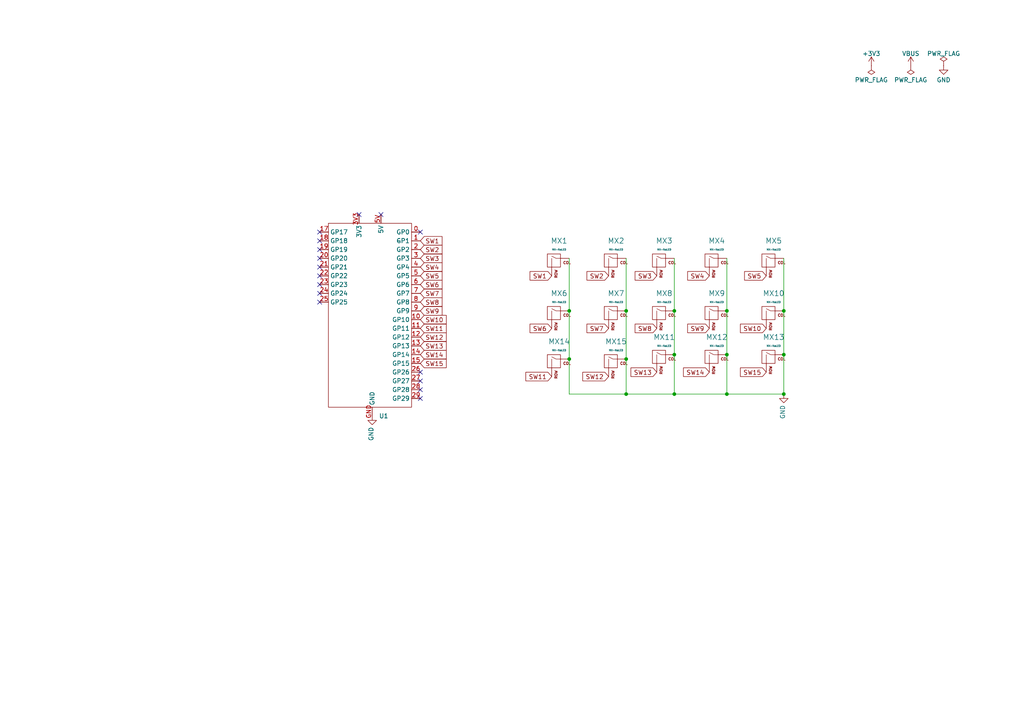
<source format=kicad_sch>
(kicad_sch (version 20230121) (generator eeschema)
  (paper "A4")
  (lib_symbols
    (symbol "MX_Alps_Hybrid:MX-NoLED" (pin_names (offset 1.016))
      (property "Reference" "MX" (at -0.635 3.81 0))
      (property "Value" "MX-NoLED" (at -0.635 1.27 0))
      (symbol "MX-NoLED_0_0"
        (rectangle (start -2.54 2.54) (end 1.27 -1.27))
        (polyline (pts (xy -1.27 -1.27) (xy -1.27 1.27)) (stroke (width 0.127)))
        (polyline (pts (xy 1.27 1.27) (xy 0 1.27) (xy -1.27 1.905)) (stroke (width 0.127)))
        (text "COL" (at 3.175 0 0) (effects (font (size 0.762 0.762))))
        (text "ROW" (at 0 -1.905 900) (effects (font (size 0.762 0.762)) (justify right)))
      )
      (symbol "MX-NoLED_1_1"
        (pin passive line (at 3.81 1.27 180) (length 2.54) (name "COL") (number "1"))
        (pin passive line (at -1.27 -3.81 90) (length 2.54) (name "ROW") (number "2"))
      )
    )
    (symbol "power:+3V3" (power) (pin_names (offset 0))
      (property "Value" "+3V3" (at 0 3.556 0))
      (symbol "+3V3_0_1"
        (polyline (pts (xy -0.762 1.27) (xy 0 2.54)))
        (polyline (pts (xy 0 0) (xy 0 2.54)))
        (polyline (pts (xy 0 2.54) (xy 0.762 1.27)))
      )
      (symbol "+3V3_1_1"
        (pin power_in line (at 0 0 90) (length 0) hide (name "+3V3") (number "1"))
      )
    )
    (symbol "power:GND" (power) (pin_names (offset 0))
      (property "Value" "GND" (at 0 -3.81 0))
      (symbol "GND_0_1"
        (polyline (pts (xy 0 0) (xy 0 -1.27) (xy 1.27 -1.27) (xy 0 -2.54) (xy -1.27 -1.27) (xy 0 -1.27)))
      )
      (symbol "GND_1_1"
        (pin power_in line (at 0 0 270) (length 0) hide (name "GND") (number "1"))
      )
    )
    (symbol "power:PWR_FLAG" (power) (pin_numbers hide) (pin_names (offset 0) hide)
      (property "Value" "PWR_FLAG" (at 0 3.81 0))
      (symbol "PWR_FLAG_0_0"
        (pin power_out line (at 0 0 90) (length 0) (name "pwr") (number "1"))
      )
      (symbol "PWR_FLAG_0_1"
        (polyline (pts (xy 0 0) (xy 0 1.27) (xy -1.016 1.905) (xy 0 2.54) (xy 1.016 1.905) (xy 0 1.27)))
      )
    )
    (symbol "power:VBUS" (power) (pin_names (offset 0))
      (property "Value" "VBUS" (at 0 3.81 0))
      (symbol "VBUS_0_1"
        (polyline (pts (xy -0.762 1.27) (xy 0 2.54)))
        (polyline (pts (xy 0 0) (xy 0 2.54)))
        (polyline (pts (xy 0 2.54) (xy 0.762 1.27)))
      )
      (symbol "VBUS_1_1"
        (pin power_in line (at 0 0 90) (length 0) hide (name "VBUS") (number "1"))
      )
    )
    (symbol "random_Library:Waveshare_RP2040-Zero"
      (property "Reference" "U" (at 7.62 26.67 0))
      (symbol "Waveshare_RP2040-Zero_0_1"
        (rectangle (start -12.7 25.4) (end 11.43 -27.94))
      )
      (symbol "Waveshare_RP2040-Zero_1_1"
        (pin passive line (at 13.97 22.86 180) (length 2.54) (name "GP0") (number "0"))
        (pin passive line (at 13.97 20.32 180) (length 2.54) (name "GP1") (number "1"))
        (pin passive line (at 13.97 -2.54 180) (length 2.54) (name "GP10") (number "10"))
        (pin passive line (at 13.97 -5.08 180) (length 2.54) (name "GP11") (number "11"))
        (pin passive line (at 13.97 -7.62 180) (length 2.54) (name "GP12") (number "12"))
        (pin passive line (at 13.97 -10.16 180) (length 2.54) (name "GP13") (number "13"))
        (pin passive line (at 13.97 -12.7 180) (length 2.54) (name "GP14") (number "14"))
        (pin passive line (at 13.97 -15.24 180) (length 2.54) (name "GP15") (number "15"))
        (pin passive line (at -15.24 22.86 0) (length 2.54) (name "GP17") (number "17"))
        (pin passive line (at -15.24 20.32 0) (length 2.54) (name "GP18") (number "18"))
        (pin passive line (at -15.24 17.78 0) (length 2.54) (name "GP19") (number "19"))
        (pin passive line (at 13.97 17.78 180) (length 2.54) (name "GP2") (number "2"))
        (pin passive line (at -15.24 15.24 0) (length 2.54) (name "GP20") (number "20"))
        (pin passive line (at -15.24 12.7 0) (length 2.54) (name "GP21") (number "21"))
        (pin passive line (at -15.24 10.16 0) (length 2.54) (name "GP22") (number "22"))
        (pin passive line (at -15.24 7.62 0) (length 2.54) (name "GP23") (number "23"))
        (pin passive line (at -15.24 5.08 0) (length 2.54) (name "GP24") (number "24"))
        (pin passive line (at -15.24 2.54 0) (length 2.54) (name "GP25") (number "25"))
        (pin passive line (at 13.97 -17.78 180) (length 2.54) (name "GP26") (number "26"))
        (pin passive line (at 13.97 -20.32 180) (length 2.54) (name "GP27") (number "27"))
        (pin passive line (at 13.97 -22.86 180) (length 2.54) (name "GP28") (number "28"))
        (pin passive line (at 13.97 -25.4 180) (length 2.54) (name "GP29") (number "29"))
        (pin passive line (at 13.97 15.24 180) (length 2.54) (name "GP3") (number "3"))
        (pin power_out line (at -3.81 27.94 270) (length 2.54) (name "3V3") (number "3V3"))
        (pin passive line (at 13.97 12.7 180) (length 2.54) (name "GP4") (number "4"))
        (pin passive line (at 13.97 10.16 180) (length 2.54) (name "GP5") (number "5"))
        (pin power_out line (at 2.54 27.94 270) (length 2.54) (name "5V") (number "5V"))
        (pin passive line (at 13.97 7.62 180) (length 2.54) (name "GP6") (number "6"))
        (pin passive line (at 13.97 5.08 180) (length 2.54) (name "GP7") (number "7"))
        (pin passive line (at 13.97 2.54 180) (length 2.54) (name "GP8") (number "8"))
        (pin passive line (at 13.97 0 180) (length 2.54) (name "GP9") (number "9"))
        (pin passive line (at 0 -30.48 90) (length 2.54) (name "GND") (number "GND"))
      )
    )
  )
  (junction (at 195.58 90.17))
  (junction (at 165.1 90.17))
  (junction (at 181.61 90.17))
  (junction (at 165.1 104.14))
  (junction (at 227.33 102.87))
  (junction (at 181.61 114.3))
  (junction (at 195.58 102.87))
  (junction (at 210.82 90.17))
  (junction (at 210.82 102.87))
  (junction (at 210.82 114.3))
  (junction (at 181.61 104.14))
  (junction (at 227.33 90.17))
  (junction (at 195.58 114.3))
  (junction (at 227.33 114.3))
  (no_connect (at 110.49 62.23))
  (no_connect (at 121.92 115.57))
  (no_connect (at 121.92 67.31))
  (no_connect (at 92.71 87.63))
  (no_connect (at 104.14 62.23))
  (no_connect (at 92.71 67.31))
  (no_connect (at 121.92 110.49))
  (no_connect (at 92.71 72.39))
  (no_connect (at 92.71 74.93))
  (no_connect (at 92.71 77.47))
  (no_connect (at 92.71 80.01))
  (no_connect (at 121.92 107.95))
  (no_connect (at 121.92 113.03))
  (no_connect (at 92.71 82.55))
  (no_connect (at 92.71 85.09))
  (no_connect (at 92.71 69.85))
  (wire (pts (xy 165.1 114.3) (xy 181.61 114.3)))
  (wire (pts (xy 195.58 114.3) (xy 210.82 114.3)))
  (wire (pts (xy 210.82 102.87) (xy 210.82 114.3)))
  (wire (pts (xy 195.58 90.17) (xy 195.58 102.87)))
  (wire (pts (xy 210.82 114.3) (xy 227.33 114.3)))
  (wire (pts (xy 181.61 90.17) (xy 181.61 104.14)))
  (wire (pts (xy 227.33 90.17) (xy 227.33 102.87)))
  (wire (pts (xy 165.1 74.93) (xy 165.1 90.17)))
  (wire (pts (xy 210.82 74.93) (xy 210.82 90.17)))
  (wire (pts (xy 165.1 104.14) (xy 165.1 114.3)))
  (wire (pts (xy 165.1 90.17) (xy 165.1 104.14)))
  (wire (pts (xy 181.61 114.3) (xy 195.58 114.3)))
  (wire (pts (xy 181.61 74.93) (xy 181.61 90.17)))
  (wire (pts (xy 181.61 104.14) (xy 181.61 114.3)))
  (wire (pts (xy 195.58 102.87) (xy 195.58 114.3)))
  (wire (pts (xy 227.33 102.87) (xy 227.33 114.3)))
  (wire (pts (xy 195.58 74.93) (xy 195.58 90.17)))
  (wire (pts (xy 210.82 90.17) (xy 210.82 102.87)))
  (wire (pts (xy 227.33 74.93) (xy 227.33 90.17)))
  (global_label "SW15" (shape input) (at 121.92 105.41 0) (property "Intersheetrefs" "${INTERSHEET_REFS}" (effects hide)))
  (global_label "SW2" (shape input) (at 176.53 80.01 180) (property "Intersheetrefs" "${INTERSHEET_REFS}" (effects hide)))
  (global_label "SW14" (shape input) (at 205.74 107.95 180) (property "Intersheetrefs" "${INTERSHEET_REFS}" (effects hide)))
  (global_label "SW3" (shape input) (at 190.5 80.01 180) (property "Intersheetrefs" "${INTERSHEET_REFS}" (effects hide)))
  (global_label "SW11" (shape input) (at 121.92 95.25 0) (property "Intersheetrefs" "${INTERSHEET_REFS}" (effects hide)))
  (global_label "SW9" (shape input) (at 121.92 90.17 0) (property "Intersheetrefs" "${INTERSHEET_REFS}" (effects hide)))
  (global_label "SW12" (shape input) (at 121.92 97.79 0) (property "Intersheetrefs" "${INTERSHEET_REFS}" (effects hide)))
  (global_label "SW11" (shape input) (at 160.02 109.22 180) (property "Intersheetrefs" "${INTERSHEET_REFS}" (effects hide)))
  (global_label "SW1" (shape input) (at 160.02 80.01 180) (property "Intersheetrefs" "${INTERSHEET_REFS}" (effects hide)))
  (global_label "SW2" (shape input) (at 121.92 72.39 0) (property "Intersheetrefs" "${INTERSHEET_REFS}" (effects hide)))
  (global_label "SW5" (shape input) (at 121.92 80.01 0) (property "Intersheetrefs" "${INTERSHEET_REFS}" (effects hide)))
  (global_label "SW7" (shape input) (at 121.92 85.09 0) (property "Intersheetrefs" "${INTERSHEET_REFS}" (effects hide)))
  (global_label "SW13" (shape input) (at 121.92 100.33 0) (property "Intersheetrefs" "${INTERSHEET_REFS}" (effects hide)))
  (global_label "SW8" (shape input) (at 190.5 95.25 180) (property "Intersheetrefs" "${INTERSHEET_REFS}" (effects hide)))
  (global_label "SW6" (shape input) (at 121.92 82.55 0) (property "Intersheetrefs" "${INTERSHEET_REFS}" (effects hide)))
  (global_label "SW9" (shape input) (at 205.74 95.25 180) (property "Intersheetrefs" "${INTERSHEET_REFS}" (effects hide)))
  (global_label "SW8" (shape input) (at 121.92 87.63 0) (property "Intersheetrefs" "${INTERSHEET_REFS}" (effects hide)))
  (global_label "SW3" (shape input) (at 121.92 74.93 0) (property "Intersheetrefs" "${INTERSHEET_REFS}" (effects hide)))
  (global_label "SW13" (shape input) (at 190.5 107.95 180) (property "Intersheetrefs" "${INTERSHEET_REFS}" (effects hide)))
  (global_label "SW10" (shape input) (at 222.25 95.25 180) (property "Intersheetrefs" "${INTERSHEET_REFS}" (effects hide)))
  (global_label "SW12" (shape input) (at 176.53 109.22 180) (property "Intersheetrefs" "${INTERSHEET_REFS}" (effects hide)))
  (global_label "SW4" (shape input) (at 205.74 80.01 180) (property "Intersheetrefs" "${INTERSHEET_REFS}" (effects hide)))
  (global_label "SW1" (shape input) (at 121.92 69.85 0) (property "Intersheetrefs" "${INTERSHEET_REFS}" (effects hide)))
  (global_label "SW5" (shape input) (at 222.25 80.01 180) (property "Intersheetrefs" "${INTERSHEET_REFS}" (effects hide)))
  (global_label "SW7" (shape input) (at 176.53 95.25 180) (property "Intersheetrefs" "${INTERSHEET_REFS}" (effects hide)))
  (global_label "SW10" (shape input) (at 121.92 92.71 0) (property "Intersheetrefs" "${INTERSHEET_REFS}" (effects hide)))
  (global_label "SW15" (shape input) (at 222.25 107.95 180) (property "Intersheetrefs" "${INTERSHEET_REFS}" (effects hide)))
  (global_label "SW4" (shape input) (at 121.92 77.47 0) (property "Intersheetrefs" "${INTERSHEET_REFS}" (effects hide)))
  (global_label "SW6" (shape input) (at 160.02 95.25 180) (property "Intersheetrefs" "${INTERSHEET_REFS}" (effects hide)))
  (global_label "SW14" (shape input) (at 121.92 102.87 0) (property "Intersheetrefs" "${INTERSHEET_REFS}" (effects hide)))
  (symbol (lib_id "power:GND") (at 107.95 120.65 0) (unit 1)
    (property "Reference" "#PWR01" (effects hide))
    (property "Value" "GND" (at 107.6332 123.825 90) (effects (justify right)))
  )
  (symbol (lib_id "MX_Alps_Hybrid:MX-NoLED") (at 177.8 105.41 0) (unit 1)
    (property "Reference" "MX15" (at 178.6832 99.06 0) (effects (font (size 1.524 1.524))))
    (property "Value" "MX-NoLED" (at 178.6832 101.6 0) (effects (font (size 0.508 0.508))))
    (property "Footprint" "MX_Only:MXOnly-1U-NoLED" (effects hide))
  )
  (symbol (lib_id "MX_Alps_Hybrid:MX-NoLED") (at 191.77 76.2 0) (unit 1)
    (property "Reference" "MX3" (at 192.6532 69.85 0) (effects (font (size 1.524 1.524))))
    (property "Value" "MX-NoLED" (at 192.6532 72.39 0) (effects (font (size 0.508 0.508))))
    (property "Footprint" "MX_Only:MXOnly-1U-NoLED" (effects hide))
  )
  (symbol (lib_id "MX_Alps_Hybrid:MX-NoLED") (at 161.29 76.2 0) (unit 1)
    (property "Reference" "MX1" (at 162.1732 69.85 0) (effects (font (size 1.524 1.524))))
    (property "Value" "MX-NoLED" (at 162.1732 72.39 0) (effects (font (size 0.508 0.508))))
    (property "Footprint" "MX_Only:MXOnly-1U-NoLED" (effects hide))
  )
  (symbol (lib_id "MX_Alps_Hybrid:MX-NoLED") (at 223.52 104.14 0) (unit 1)
    (property "Reference" "MX13" (at 224.4032 97.79 0) (effects (font (size 1.524 1.524))))
    (property "Value" "MX-NoLED" (at 224.4032 100.33 0) (effects (font (size 0.508 0.508))))
    (property "Footprint" "MX_Only:MXOnly-1U-NoLED" (effects hide))
  )
  (symbol (lib_id "MX_Alps_Hybrid:MX-NoLED") (at 191.77 91.44 0) (unit 1)
    (property "Reference" "MX8" (at 192.6532 85.09 0) (effects (font (size 1.524 1.524))))
    (property "Value" "MX-NoLED" (at 192.6532 87.63 0) (effects (font (size 0.508 0.508))))
    (property "Footprint" "MX_Only:MXOnly-1U-NoLED" (effects hide))
  )
  (symbol (lib_id "MX_Alps_Hybrid:MX-NoLED") (at 207.01 91.44 0) (unit 1)
    (property "Reference" "MX9" (at 207.8932 85.09 0) (effects (font (size 1.524 1.524))))
    (property "Value" "MX-NoLED" (at 207.8932 87.63 0) (effects (font (size 0.508 0.508))))
    (property "Footprint" "MX_Only:MXOnly-1U-NoLED" (effects hide))
  )
  (symbol (lib_id "MX_Alps_Hybrid:MX-NoLED") (at 177.8 76.2 0) (unit 1)
    (property "Reference" "MX2" (at 178.6832 69.85 0) (effects (font (size 1.524 1.524))))
    (property "Value" "MX-NoLED" (at 178.6832 72.39 0) (effects (font (size 0.508 0.508))))
    (property "Footprint" "MX_Only:MXOnly-1U-NoLED" (effects hide))
  )
  (symbol (lib_id "MX_Alps_Hybrid:MX-NoLED") (at 161.29 105.41 0) (unit 1)
    (property "Reference" "MX14" (at 162.1732 99.06 0) (effects (font (size 1.524 1.524))))
    (property "Value" "MX-NoLED" (at 162.1732 101.6 0) (effects (font (size 0.508 0.508))))
    (property "Footprint" "MX_Only:MXOnly-1U-NoLED" (effects hide))
  )
  (symbol (lib_id "MX_Alps_Hybrid:MX-NoLED") (at 223.52 76.2 0) (unit 1)
    (property "Reference" "MX5" (at 224.4032 69.85 0) (effects (font (size 1.524 1.524))))
    (property "Value" "MX-NoLED" (at 224.4032 72.39 0) (effects (font (size 0.508 0.508))))
    (property "Footprint" "MX_Only:MXOnly-2U-NoLED" (effects hide))
  )
  (symbol (lib_id "MX_Alps_Hybrid:MX-NoLED") (at 161.29 91.44 0) (unit 1)
    (property "Reference" "MX6" (at 162.1732 85.09 0) (effects (font (size 1.524 1.524))))
    (property "Value" "MX-NoLED" (at 162.1732 87.63 0) (effects (font (size 0.508 0.508))))
    (property "Footprint" "MX_Only:MXOnly-1.5U-NoLED" (effects hide))
  )
  (symbol (lib_id "MX_Alps_Hybrid:MX-NoLED") (at 177.8 91.44 0) (unit 1)
    (property "Reference" "MX7" (at 178.6832 85.09 0) (effects (font (size 1.524 1.524))))
    (property "Value" "MX-NoLED" (at 178.6832 87.63 0) (effects (font (size 0.508 0.508))))
    (property "Footprint" "MX_Only:MXOnly-1U-NoLED" (effects hide))
  )
  (symbol (lib_id "power:+3V3") (at 252.73 19.05 0) (unit 1)
    (property "Reference" "#PWR031" (effects hide))
    (property "Value" "+3V3" (at 252.73 15.5481 0))
  )
  (symbol (lib_id "power:PWR_FLAG") (at 273.685 19.05 0) (unit 1)
    (property "Reference" "#FLG01" (effects hide))
    (property "Value" "PWR_FLAG" (at 273.685 15.5481 0))
  )
  (symbol (lib_id "random_Library:Waveshare_RP2040-Zero") (at 107.95 90.17 0) (unit 1)
    (property "Reference" "U1" (at 109.9059 120.65 0) (effects (justify left)))
    (property "Value" "~" (at 115.57 69.85 0))
    (property "Footprint" "random-Library:Waveshare RP2040-Zero-TH" (effects hide))
  )
  (symbol (lib_id "power:PWR_FLAG") (at 252.73 19.05 180) (unit 1)
    (property "Reference" "#FLG03" (effects hide))
    (property "Value" "PWR_FLAG" (at 252.73 23.1855 0))
  )
  (symbol (lib_id "MX_Alps_Hybrid:MX-NoLED") (at 207.01 76.2 0) (unit 1)
    (property "Reference" "MX4" (at 207.8932 69.85 0) (effects (font (size 1.524 1.524))))
    (property "Value" "MX-NoLED" (at 207.8932 72.39 0) (effects (font (size 0.508 0.508))))
    (property "Footprint" "MX_Only:MXOnly-1U-NoLED" (effects hide))
  )
  (symbol (lib_id "MX_Alps_Hybrid:MX-NoLED") (at 191.77 104.14 0) (unit 1)
    (property "Reference" "MX11" (at 192.6532 97.79 0) (effects (font (size 1.524 1.524))))
    (property "Value" "MX-NoLED" (at 192.6532 100.33 0) (effects (font (size 0.508 0.508))))
    (property "Footprint" "MX_Only:MXOnly-2U-NoLED" (effects hide))
  )
  (symbol (lib_id "MX_Alps_Hybrid:MX-NoLED") (at 207.01 104.14 0) (unit 1)
    (property "Reference" "MX12" (at 207.8932 97.79 0) (effects (font (size 1.524 1.524))))
    (property "Value" "MX-NoLED" (at 207.8932 100.33 0) (effects (font (size 0.508 0.508))))
    (property "Footprint" "MX_Only:MXOnly-1U-NoLED" (effects hide))
  )
  (symbol (lib_id "power:GND") (at 273.685 19.05 0) (unit 1)
    (property "Reference" "#PWR030" (effects hide))
    (property "Value" "GND" (at 273.685 23.1855 0))
  )
  (symbol (lib_id "power:VBUS") (at 264.16 19.05 0) (unit 1)
    (property "Reference" "#PWR032" (effects hide))
    (property "Value" "VBUS" (at 264.16 15.5481 0))
  )
  (symbol (lib_id "power:GND") (at 227.33 114.3 0) (unit 1)
    (property "Reference" "#PWR016" (effects hide))
    (property "Value" "GND" (at 227.0132 117.475 90) (effects (justify right)))
  )
  (symbol (lib_id "power:PWR_FLAG") (at 264.16 19.05 180) (unit 1)
    (property "Reference" "#FLG02" (effects hide))
    (property "Value" "PWR_FLAG" (at 264.16 23.1855 0))
  )
  (symbol (lib_id "MX_Alps_Hybrid:MX-NoLED") (at 223.52 91.44 0) (unit 1)
    (property "Reference" "MX10" (at 224.4032 85.09 0) (effects (font (size 1.524 1.524))))
    (property "Value" "MX-NoLED" (at 224.4032 87.63 0) (effects (font (size 0.508 0.508))))
    (property "Footprint" "MX_Only:MXOnly-1.5U-NoLED" (effects hide))
  )
)
</source>
